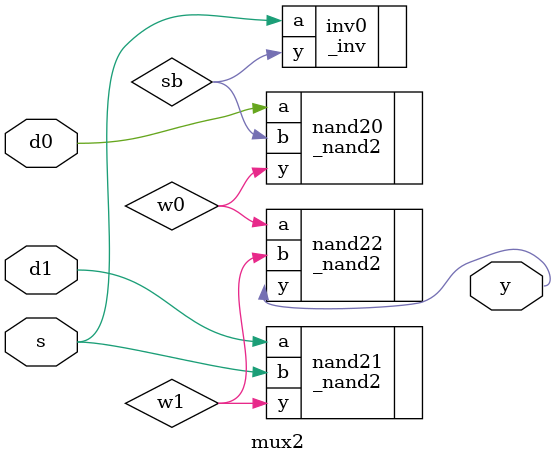
<source format=v>
module mux2(d0, d1, s, y);
	input d0, d1, s;
	output y;
	wire sb, w0, w1;
	
	_inv inv0(.a(s), .y(sb));		// inverting s
	_nand2 nand20(.a(d0), .b(sb), .y(w0));		// ~(d0 & ~s)
	_nand2 nand21(.a(d1), .b(s), .y(w1));		// ~(d1 & s)
	_nand2 nand22(.a(w0), .b(w1), .y(y));		// d0s' + d1s
	
endmodule

</source>
